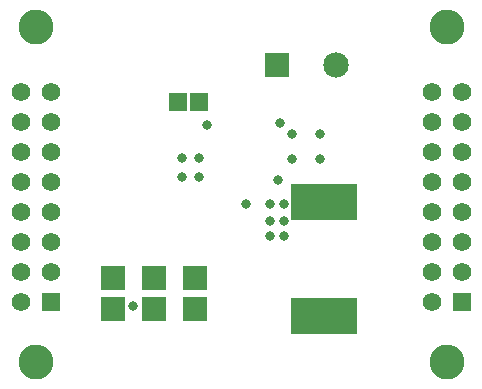
<source format=gbs>
G04*
G04 #@! TF.GenerationSoftware,Altium Limited,Altium Designer,22.3.1 (43)*
G04*
G04 Layer_Color=16711935*
%FSLAX25Y25*%
%MOIN*%
G70*
G04*
G04 #@! TF.SameCoordinates,F80411C8-1A31-43C8-AF9B-28CD4ED9FA2C*
G04*
G04*
G04 #@! TF.FilePolarity,Negative*
G04*
G01*
G75*
%ADD21R,0.05924X0.06127*%
%ADD31R,0.06194X0.06194*%
%ADD32C,0.06194*%
%ADD33C,0.08477*%
%ADD34R,0.08477X0.08477*%
%ADD35C,0.11627*%
%ADD36C,0.03162*%
%ADD45R,0.07898X0.07889*%
%ADD46R,0.22060X0.12217*%
D21*
X66539Y92126D02*
D03*
X59446D02*
D03*
D31*
X154213Y25630D02*
D03*
X17205D02*
D03*
D32*
X144213D02*
D03*
X154213Y35630D02*
D03*
X144213D02*
D03*
X154213Y45630D02*
D03*
X144213D02*
D03*
X154213Y55630D02*
D03*
X144213D02*
D03*
X154213Y65630D02*
D03*
X144213D02*
D03*
X154213Y75630D02*
D03*
X144213D02*
D03*
X154213Y85630D02*
D03*
X144213D02*
D03*
X154213Y95630D02*
D03*
X144213D02*
D03*
X7205Y25630D02*
D03*
X17205Y35630D02*
D03*
X7205D02*
D03*
X17205Y45630D02*
D03*
X7205D02*
D03*
X17205Y55630D02*
D03*
X7205D02*
D03*
X17205Y65630D02*
D03*
X7205D02*
D03*
X17205Y75630D02*
D03*
X7205D02*
D03*
X17205Y85630D02*
D03*
X7205D02*
D03*
X17205Y95630D02*
D03*
X7205D02*
D03*
D33*
X112205Y104724D02*
D03*
D34*
X92520D02*
D03*
D35*
X149213Y117323D02*
D03*
Y5512D02*
D03*
X12205D02*
D03*
Y117323D02*
D03*
D36*
X107087Y73228D02*
D03*
Y81496D02*
D03*
X44488Y24409D02*
D03*
X94882Y47638D02*
D03*
X90158D02*
D03*
X94882Y52756D02*
D03*
X90158D02*
D03*
X94882Y58268D02*
D03*
X90158D02*
D03*
X61024Y67323D02*
D03*
Y73622D02*
D03*
X82284Y58268D02*
D03*
X97638Y73228D02*
D03*
Y81496D02*
D03*
X66535Y67323D02*
D03*
Y73622D02*
D03*
X92913Y66142D02*
D03*
X93701Y85433D02*
D03*
X69291Y84646D02*
D03*
D45*
X51575Y23224D02*
D03*
X37795D02*
D03*
X65354D02*
D03*
Y33469D02*
D03*
X37795D02*
D03*
X51575D02*
D03*
D46*
X108268Y59055D02*
D03*
Y20866D02*
D03*
M02*

</source>
